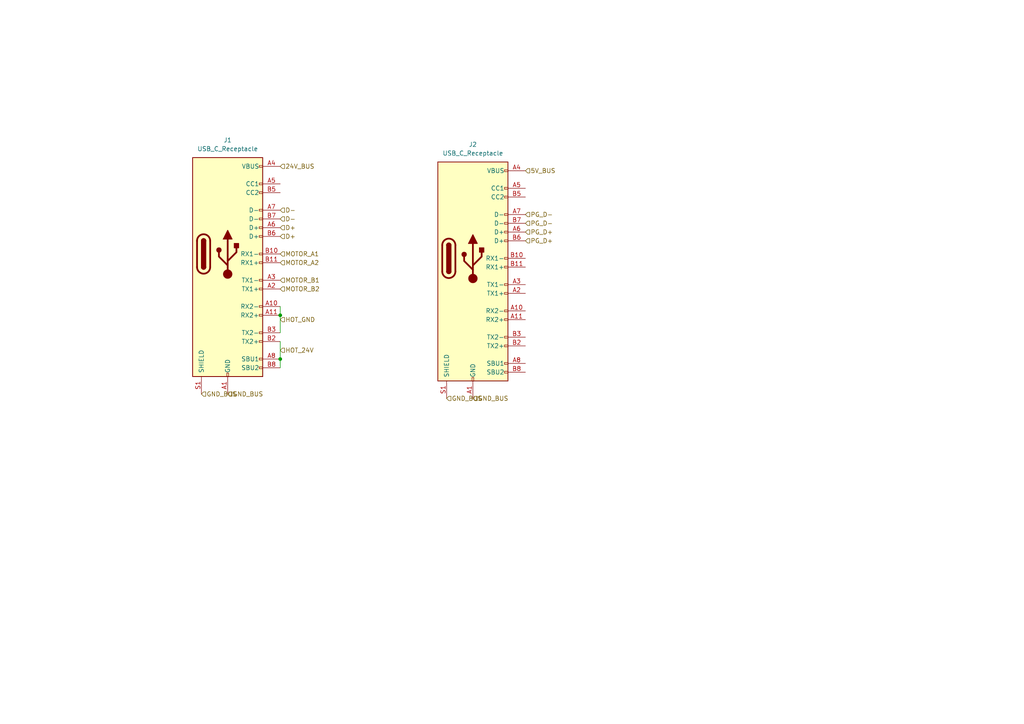
<source format=kicad_sch>
(kicad_sch (version 20250114) (generator "eeschema") (generator_version "9.0")
  (paper "A4")
  (lib_symbols
    (symbol "Connector:USB_C_Receptacle" (pin_names (offset 1.016))
      (property "Reference" "J" (at -10.16 29.21 0))
      (property "Value" "USB_C_Receptacle" (at 10.16 29.21 0))
      (symbol "USB_C_Receptacle_0_0"
        (rectangle (start -0.254 -35.56) (end 0.254 -34.544))
        (rectangle (start 10.16 25.654) (end 9.144 25.146))
        (rectangle (start 10.16 20.574) (end 9.144 20.066))
        (rectangle (start 10.16 18.034) (end 9.144 17.526))
        (rectangle (start 10.16 12.954) (end 9.144 12.446))
        (rectangle (start 10.16 10.414) (end 9.144 9.906))
        (rectangle (start 10.16 7.874) (end 9.144 7.366))
        (rectangle (start 10.16 5.334) (end 9.144 4.826))
        (rectangle (start 10.16 0.254) (end 9.144 -0.254))
        (rectangle (start 10.16 -2.286) (end 9.144 -2.794))
        (rectangle (start 10.16 -7.366) (end 9.144 -7.874))
        (rectangle (start 10.16 -9.906) (end 9.144 -10.414))
        (rectangle (start 10.16 -14.986) (end 9.144 -15.494))
        (rectangle (start 10.16 -17.526) (end 9.144 -18.034))
        (rectangle (start 10.16 -22.606) (end 9.144 -23.114))
        (rectangle (start 10.16 -25.146) (end 9.144 -25.654))
        (rectangle (start 10.16 -30.226) (end 9.144 -30.734))
        (rectangle (start 10.16 -32.766) (end 9.144 -33.274))
      )
      (symbol "USB_C_Receptacle_0_1"
        (rectangle (start -10.16 27.94) (end 10.16 -35.56) (stroke (width 0.254)) (fill (type background)))
        (polyline (pts (xy -8.89 -3.81) (xy -8.89 3.81)) (stroke (width 0.508)))
        (rectangle (start -7.62 -3.81) (end -6.35 3.81) (stroke (width 0.254)) (fill (type outline)))
        (arc (start -7.62 3.81) (mid -6.985 4.4423) (end -6.35 3.81) (stroke (width 0.254)))
        (arc (start -7.62 3.81) (mid -6.985 4.4423) (end -6.35 3.81) (stroke (width 0.254)) (fill (type outline)))
        (arc (start -8.89 3.81) (mid -6.985 5.7067) (end -5.08 3.81) (stroke (width 0.508)))
        (arc (start -5.08 -3.81) (mid -6.985 -5.7067) (end -8.89 -3.81) (stroke (width 0.508)))
        (arc (start -6.35 -3.81) (mid -6.985 -4.4423) (end -7.62 -3.81) (stroke (width 0.254)))
        (arc (start -6.35 -3.81) (mid -6.985 -4.4423) (end -7.62 -3.81) (stroke (width 0.254)) (fill (type outline)))
        (polyline (pts (xy -5.08 3.81) (xy -5.08 -3.81)) (stroke (width 0.508)))
      )
      (symbol "USB_C_Receptacle_1_1"
        (circle (center -2.54 1.143) (radius 0.635) (stroke (width 0.254)) (fill (type outline)))
        (polyline (pts (xy -1.27 4.318) (xy 0 6.858) (xy 1.27 4.318) (xy -1.27 4.318)) (stroke (width 0.254)) (fill (type outline)))
        (polyline (pts (xy 0 -2.032) (xy 2.54 0.508) (xy 2.54 1.778)) (stroke (width 0.508)))
        (polyline (pts (xy 0 -3.302) (xy -2.54 -0.762) (xy -2.54 0.508)) (stroke (width 0.508)))
        (polyline (pts (xy 0 -5.842) (xy 0 4.318)) (stroke (width 0.508)))
        (circle (center 0 -5.842) (radius 1.27) (fill (type outline)))
        (rectangle (start 1.905 1.778) (end 3.175 3.048) (stroke (width 0.254)) (fill (type outline)))
        (pin passive line (at -7.62 -40.64 90) (length 5.08) (name "SHIELD") (number "S1"))
        (pin passive line (at 0 -40.64 90) (length 5.08) (name "GND") (number "A1"))
        (pin passive line (at 0 -40.64 90) (length 5.08) (hide yes) (name "GND") (number "A12"))
        (pin passive line (at 0 -40.64 90) (length 5.08) (hide yes) (name "GND") (number "B1"))
        (pin passive line (at 0 -40.64 90) (length 5.08) (hide yes) (name "GND") (number "B12"))
        (pin passive line (at 15.24 25.4 180) (length 5.08) (name "VBUS") (number "A4"))
        (pin passive line (at 15.24 25.4 180) (length 5.08) (hide yes) (name "VBUS") (number "A9"))
        (pin passive line (at 15.24 25.4 180) (length 5.08) (hide yes) (name "VBUS") (number "B4"))
        (pin passive line (at 15.24 25.4 180) (length 5.08) (hide yes) (name "VBUS") (number "B9"))
        (pin bidirectional line (at 15.24 20.32 180) (length 5.08) (name "CC1") (number "A5"))
        (pin bidirectional line (at 15.24 17.78 180) (length 5.08) (name "CC2") (number "B5"))
        (pin bidirectional line (at 15.24 12.7 180) (length 5.08) (name "D-") (number "A7"))
        (pin bidirectional line (at 15.24 10.16 180) (length 5.08) (name "D-") (number "B7"))
        (pin bidirectional line (at 15.24 7.62 180) (length 5.08) (name "D+") (number "A6"))
        (pin bidirectional line (at 15.24 5.08 180) (length 5.08) (name "D+") (number "B6"))
        (pin bidirectional line (at 15.24 0 180) (length 5.08) (name "RX1-") (number "B10"))
        (pin bidirectional line (at 15.24 -2.54 180) (length 5.08) (name "RX1+") (number "B11"))
        (pin bidirectional line (at 15.24 -7.62 180) (length 5.08) (name "TX1-") (number "A3"))
        (pin bidirectional line (at 15.24 -10.16 180) (length 5.08) (name "TX1+") (number "A2"))
        (pin bidirectional line (at 15.24 -15.24 180) (length 5.08) (name "RX2-") (number "A10"))
        (pin bidirectional line (at 15.24 -17.78 180) (length 5.08) (name "RX2+") (number "A11"))
        (pin bidirectional line (at 15.24 -22.86 180) (length 5.08) (name "TX2-") (number "B3"))
        (pin bidirectional line (at 15.24 -25.4 180) (length 5.08) (name "TX2+") (number "B2"))
        (pin bidirectional line (at 15.24 -30.48 180) (length 5.08) (name "SBU1") (number "A8"))
        (pin bidirectional line (at 15.24 -33.02 180) (length 5.08) (name "SBU2") (number "B8"))
      )
    )
  )
  (junction (at 81.28 91.44))
  (junction (at 81.28 104.14))
  (wire (pts (xy 81.28 104.14) (xy 81.28 106.68)))
  (wire (pts (xy 81.28 99.06) (xy 81.28 104.14)))
  (wire (pts (xy 81.28 88.9) (xy 81.28 91.44)))
  (wire (pts (xy 81.28 91.44) (xy 81.28 96.52)))
  (hierarchical_label "24V_BUS" (shape input) (at 81.28 48.26 0))
  (hierarchical_label "MOTOR_A2" (shape input) (at 81.28 76.2 0))
  (hierarchical_label "MOTOR_B2" (shape input) (at 81.28 83.82 0))
  (hierarchical_label "MOTOR_B1" (shape input) (at 81.28 81.28 0))
  (hierarchical_label "5V_BUS" (shape input) (at 152.4 49.53 0))
  (hierarchical_label "PG_D-" (shape input) (at 152.4 64.77 0))
  (hierarchical_label "GND_BUS" (shape input) (at 58.42 114.3 0))
  (hierarchical_label "MOTOR_A1" (shape input) (at 81.28 73.66 0))
  (hierarchical_label "D-" (shape input) (at 81.28 60.96 0))
  (hierarchical_label "PG_D+" (shape input) (at 152.4 67.31 0))
  (hierarchical_label "PG_D+" (shape input) (at 152.4 69.85 0))
  (hierarchical_label "GND_BUS" (shape input) (at 129.54 115.57 0))
  (hierarchical_label "PG_D-" (shape input) (at 152.4 62.23 0))
  (hierarchical_label "GND_BUS" (shape input) (at 137.16 115.57 0))
  (hierarchical_label "D+" (shape input) (at 81.28 66.04 0))
  (hierarchical_label "D+" (shape input) (at 81.28 68.58 0))
  (hierarchical_label "HOT_24V" (shape input) (at 81.28 101.6 0))
  (hierarchical_label "D-" (shape input) (at 81.28 63.5 0))
  (hierarchical_label "HOT_GND" (shape input) (at 81.28 92.71 0))
  (hierarchical_label "GND_BUS" (shape input) (at 66.04 114.3 0))
  (symbol (lib_id "Connector:USB_C_Receptacle") (at 66.04 73.66 0) (unit 1)
    (property "Reference" "J1" (at 66.04 40.64 0))
    (property "Value" "USB_C_Receptacle" (at 66.04 43.18 0))
    (property "Footprint" "Connector_USB:USB_C_Receptacle_Molex_105450-0101" (effects (hide yes)))
    (property "Datasheet" "https://www.usb.org/sites/default/files/documents/usb_type-c.zip" (effects (hide yes)))
    (property "Description" "USB Full-Featured Type-C Receptacle connector" (effects (hide yes)))
  )
  (symbol (lib_id "Connector:USB_C_Receptacle") (at 137.16 74.93 0) (unit 1)
    (property "Reference" "J2" (at 137.16 41.91 0))
    (property "Value" "USB_C_Receptacle" (at 137.16 44.45 0))
    (property "Footprint" "Connector_USB:USB_C_Receptacle_Molex_105450-0101" (effects (hide yes)))
    (property "Datasheet" "https://www.usb.org/sites/default/files/documents/usb_type-c.zip" (effects (hide yes)))
    (property "Description" "USB Full-Featured Type-C Receptacle connector" (effects (hide yes)))
  )
)
</source>
